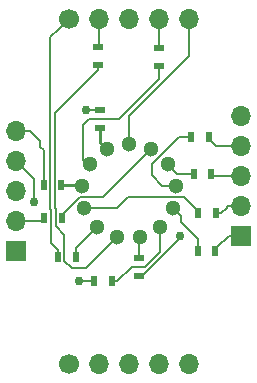
<source format=gtl>
G04 #@! TF.FileFunction,Copper,L1,Top,Signal*
%FSLAX46Y46*%
G04 Gerber Fmt 4.6, Leading zero omitted, Abs format (unit mm)*
G04 Created by KiCad (PCBNEW 4.0.4-stable) date 01/14/18 19:09:26*
%MOMM*%
%LPD*%
G01*
G04 APERTURE LIST*
%ADD10C,0.100000*%
%ADD11C,1.700000*%
%ADD12O,1.700000X1.700000*%
%ADD13R,1.700000X1.700000*%
%ADD14R,0.500000X0.900000*%
%ADD15R,0.900000X0.500000*%
%ADD16C,1.300000*%
%ADD17C,0.762000*%
%ADD18C,0.177800*%
%ADD19C,0.254000*%
G04 APERTURE END LIST*
D10*
D11*
X-5080000Y14605000D03*
D12*
X-2540000Y14605000D03*
X0Y14605000D03*
X2540000Y14605000D03*
X5080000Y14605000D03*
D13*
X-9525000Y-5080000D03*
D12*
X-9525000Y-2540000D03*
X-9525000Y0D03*
X-9525000Y2540000D03*
X-9525000Y5080000D03*
D11*
X-5080000Y-14605000D03*
D12*
X-2540000Y-14605000D03*
X0Y-14605000D03*
X2540000Y-14605000D03*
X5080000Y-14605000D03*
D13*
X9525000Y-3810000D03*
D12*
X9525000Y-1270000D03*
X9525000Y1270000D03*
X9525000Y3810000D03*
X9525000Y6350000D03*
D14*
X5900000Y-1875000D03*
X7400000Y-1875000D03*
D15*
X-2400000Y5400000D03*
X-2400000Y6900000D03*
D14*
X-1400000Y-7625000D03*
X-2900000Y-7625000D03*
X-5700000Y500000D03*
X-7200000Y500000D03*
X-4475000Y-5600000D03*
X-5975000Y-5600000D03*
D15*
X-2600000Y10700000D03*
X-2600000Y12200000D03*
X900000Y-5650000D03*
X900000Y-7150000D03*
X2600000Y10600000D03*
X2600000Y12100000D03*
D14*
X5300000Y4600000D03*
X6800000Y4600000D03*
X5500000Y1500000D03*
X7000000Y1500000D03*
X-5650000Y-2250000D03*
X-7150000Y-2250000D03*
D16*
X0Y4000000D03*
X1858893Y3541824D03*
X3291935Y2272259D03*
X3970835Y482147D03*
X3740065Y-1418420D03*
X2652491Y-2994043D03*
X957263Y-3883767D03*
X-957263Y-3883767D03*
X-2652491Y-2994043D03*
X-3740065Y-1418420D03*
X-3970835Y482147D03*
X-3291935Y2272259D03*
X-1858893Y3541824D03*
D14*
X5850000Y-5050000D03*
X7350000Y-5050000D03*
D17*
X4350000Y-3800000D03*
X-3650000Y6925000D03*
X-4200000Y-7625000D03*
X-8000000Y-900000D03*
D18*
X-4475000Y-5600000D02*
X-4475000Y-4816552D01*
X-4475000Y-4816552D02*
X-2652491Y-2994043D01*
X-2894043Y-2994043D02*
X-2652491Y-2994043D01*
X-2600000Y10700000D02*
X-2600000Y10272200D01*
X-2600000Y10272200D02*
X-6247189Y6625011D01*
X-6247189Y6625011D02*
X-6247189Y-1398484D01*
X-6247189Y-1398484D02*
X-6188901Y-1456772D01*
X-3573496Y-6500000D02*
X-957263Y-3883767D01*
X-6188901Y-1456772D02*
X-6188901Y-2931121D01*
X-6188901Y-2931121D02*
X-5436099Y-3683923D01*
X-5436099Y-3683923D02*
X-5436099Y-5858923D01*
X-4795022Y-6500000D02*
X-3573496Y-6500000D01*
X-5436099Y-5858923D02*
X-4795022Y-6500000D01*
X900000Y-5650000D02*
X900000Y-3941030D01*
X900000Y-3941030D02*
X957263Y-3883767D01*
X2652491Y-2994043D02*
X2652491Y-5117531D01*
X2652491Y-5117531D02*
X1370022Y-6400000D01*
X1370022Y-6400000D02*
X252800Y-6400000D01*
X252800Y-6400000D02*
X-972200Y-7625000D01*
X-972200Y-7625000D02*
X-1400000Y-7625000D01*
X2600000Y10600000D02*
X2600000Y9525000D01*
X2600000Y9525000D02*
X-800000Y6125000D01*
X-800000Y6125000D02*
X-3275000Y6125000D01*
X-3275000Y6125000D02*
X-3291935Y6108065D01*
X-3291935Y6108065D02*
X-3366935Y6108065D01*
X-3366935Y6108065D02*
X-3875000Y5600000D01*
X-3875000Y5600000D02*
X-3875000Y2650000D01*
X-3669676Y2650000D02*
X-3291935Y2272259D01*
X-3875000Y2650000D02*
X-3669676Y2650000D01*
D19*
X-5700000Y500000D02*
X-3988688Y500000D01*
X-3988688Y500000D02*
X-3970835Y482147D01*
D18*
X-3740065Y-1418420D02*
X-996220Y-1418420D01*
X370481Y-479519D02*
X4704519Y-479519D01*
X-996220Y-1418420D02*
X-77800Y-500000D01*
X-77800Y-500000D02*
X350000Y-500000D01*
X350000Y-500000D02*
X370481Y-479519D01*
X4704519Y-479519D02*
X5900000Y-1675000D01*
X5900000Y-1675000D02*
X5900000Y-1875000D01*
D19*
X-2400000Y5400000D02*
X-2400000Y4082931D01*
X-2400000Y4082931D02*
X-1858893Y3541824D01*
D18*
X0Y6350000D02*
X5080000Y11430000D01*
X5080000Y11430000D02*
X5080000Y14605000D01*
X0Y4000000D02*
X0Y6350000D01*
X-5929999Y13755001D02*
X-5080000Y14605000D01*
X-6650000Y13035000D02*
X-5929999Y13755001D01*
X-6650000Y-1529978D02*
X-6650000Y13035000D01*
X-6611099Y-1568879D02*
X-6650000Y-1529978D01*
X-6611099Y-4336101D02*
X-6611099Y-1568879D01*
X-5975000Y-4972200D02*
X-6611099Y-4336101D01*
X-5975000Y-5600000D02*
X-5975000Y-4972200D01*
X-2540000Y14605000D02*
X-2540000Y12260000D01*
X-2540000Y12260000D02*
X-2600000Y12200000D01*
X900000Y-7150000D02*
X1154327Y-7150000D01*
X1154327Y-7150000D02*
X4350000Y-3954327D01*
X4350000Y-3954327D02*
X4350000Y-3800000D01*
X2540000Y14605000D02*
X2540000Y12160000D01*
X2540000Y12160000D02*
X2600000Y12100000D01*
X-9525000Y-2540000D02*
X-7440000Y-2540000D01*
X-7440000Y-2540000D02*
X-7150000Y-2250000D01*
X-3650000Y6925000D02*
X-2425000Y6925000D01*
X-2425000Y6925000D02*
X-2400000Y6900000D01*
X-4200000Y-7625000D02*
X-3595022Y-7625000D01*
X-9525000Y2540000D02*
X-8000000Y1015000D01*
X-8000000Y1015000D02*
X-8000000Y-900000D01*
X-2900000Y-7625000D02*
X-3595022Y-7625000D01*
X-8322919Y5080000D02*
X-7475000Y4232081D01*
X-7200000Y3500000D02*
X-7200000Y500000D01*
X-7475000Y4232081D02*
X-7475000Y3775000D01*
X-7475000Y3775000D02*
X-7200000Y3500000D01*
X-9525000Y5080000D02*
X-8322919Y5080000D01*
X8082200Y-4225000D02*
X7975000Y-4225000D01*
X7975000Y-4225000D02*
X7350000Y-4850000D01*
X7350000Y-4850000D02*
X7350000Y-5050000D01*
X9525000Y-3810000D02*
X8497200Y-3810000D01*
X8497200Y-3810000D02*
X8082200Y-4225000D01*
X8322919Y-1270000D02*
X8322919Y-1379881D01*
X8322919Y-1379881D02*
X7827800Y-1875000D01*
X7827800Y-1875000D02*
X7400000Y-1875000D01*
X9525000Y-1270000D02*
X8322919Y-1270000D01*
X9525000Y1270000D02*
X7230000Y1270000D01*
X7230000Y1270000D02*
X7000000Y1500000D01*
X9525000Y3810000D02*
X7390000Y3810000D01*
X6800000Y4400000D02*
X6800000Y4600000D01*
X7390000Y3810000D02*
X6800000Y4400000D01*
X-5650000Y-2250000D02*
X-5650000Y-1975000D01*
X-5650000Y-1975000D02*
X-4131754Y-456754D01*
X-4131754Y-456754D02*
X-2139685Y-456754D01*
X-2139685Y-456754D02*
X1208894Y2891825D01*
X1208894Y2891825D02*
X1858893Y3541824D01*
X5500000Y1500000D02*
X4064194Y1500000D01*
X4064194Y1500000D02*
X3291935Y2272259D01*
X1975000Y1350000D02*
X2842853Y482147D01*
X2842853Y482147D02*
X3970835Y482147D01*
X1975000Y2325000D02*
X1975000Y1350000D01*
X4250000Y4600000D02*
X1975000Y2325000D01*
X5300000Y4600000D02*
X4250000Y4600000D01*
X3740065Y-1418420D02*
X4390064Y-2068419D01*
X4390064Y-2615064D02*
X5850000Y-4075000D01*
X4390064Y-2068419D02*
X4390064Y-2615064D01*
X5850000Y-4075000D02*
X5850000Y-5050000D01*
M02*

</source>
